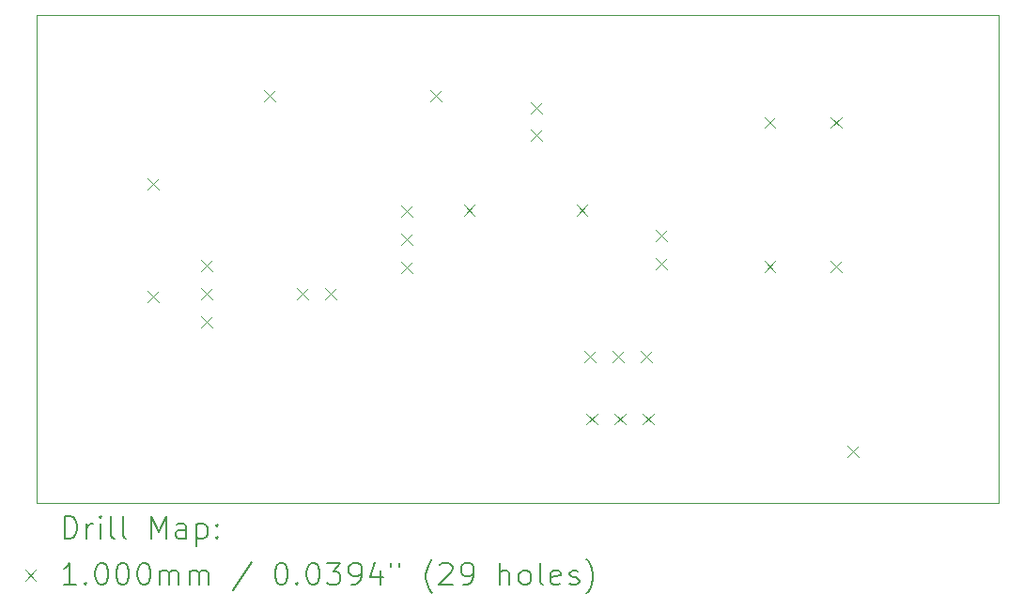
<source format=gbr>
%TF.GenerationSoftware,KiCad,Pcbnew,(6.0.7)*%
%TF.CreationDate,2023-01-18T15:46:19-05:00*%
%TF.ProjectId,Mosfet Test PCB,4d6f7366-6574-4205-9465-737420504342,rev?*%
%TF.SameCoordinates,Original*%
%TF.FileFunction,Drillmap*%
%TF.FilePolarity,Positive*%
%FSLAX45Y45*%
G04 Gerber Fmt 4.5, Leading zero omitted, Abs format (unit mm)*
G04 Created by KiCad (PCBNEW (6.0.7)) date 2023-01-18 15:46:19*
%MOMM*%
%LPD*%
G01*
G04 APERTURE LIST*
%ADD10C,0.100000*%
%ADD11C,0.200000*%
G04 APERTURE END LIST*
D10*
X6140450Y-5099050D02*
X14814550Y-5099050D01*
X14814550Y-5099050D02*
X14814550Y-9505950D01*
X14814550Y-9505950D02*
X6140450Y-9505950D01*
X6140450Y-9505950D02*
X6140450Y-5099050D01*
D11*
D10*
X7138200Y-6573050D02*
X7238200Y-6673050D01*
X7238200Y-6573050D02*
X7138200Y-6673050D01*
X7138200Y-7589050D02*
X7238200Y-7689050D01*
X7238200Y-7589050D02*
X7138200Y-7689050D01*
X7620800Y-7309650D02*
X7720800Y-7409650D01*
X7720800Y-7309650D02*
X7620800Y-7409650D01*
X7620800Y-7563650D02*
X7720800Y-7663650D01*
X7720800Y-7563650D02*
X7620800Y-7663650D01*
X7620800Y-7817650D02*
X7720800Y-7917650D01*
X7720800Y-7817650D02*
X7620800Y-7917650D01*
X8191600Y-5779300D02*
X8291600Y-5879300D01*
X8291600Y-5779300D02*
X8191600Y-5879300D01*
X8488400Y-7563650D02*
X8588400Y-7663650D01*
X8588400Y-7563650D02*
X8488400Y-7663650D01*
X8738400Y-7563650D02*
X8838400Y-7663650D01*
X8838400Y-7563650D02*
X8738400Y-7663650D01*
X9424200Y-6815350D02*
X9524200Y-6915350D01*
X9524200Y-6815350D02*
X9424200Y-6915350D01*
X9424200Y-7069350D02*
X9524200Y-7169350D01*
X9524200Y-7069350D02*
X9424200Y-7169350D01*
X9424200Y-7323350D02*
X9524200Y-7423350D01*
X9524200Y-7323350D02*
X9424200Y-7423350D01*
X9691600Y-5779300D02*
X9791600Y-5879300D01*
X9791600Y-5779300D02*
X9691600Y-5879300D01*
X9989350Y-6808000D02*
X10089350Y-6908000D01*
X10089350Y-6808000D02*
X9989350Y-6908000D01*
X10592600Y-5886285D02*
X10692600Y-5986285D01*
X10692600Y-5886285D02*
X10592600Y-5986285D01*
X10592600Y-6136285D02*
X10692600Y-6236285D01*
X10692600Y-6136285D02*
X10592600Y-6236285D01*
X11005350Y-6808000D02*
X11105350Y-6908000D01*
X11105350Y-6808000D02*
X11005350Y-6908000D01*
X11075200Y-8128800D02*
X11175200Y-8228800D01*
X11175200Y-8128800D02*
X11075200Y-8228800D01*
X11094250Y-8693950D02*
X11194250Y-8793950D01*
X11194250Y-8693950D02*
X11094250Y-8793950D01*
X11329200Y-8128800D02*
X11429200Y-8228800D01*
X11429200Y-8128800D02*
X11329200Y-8228800D01*
X11348250Y-8693950D02*
X11448250Y-8793950D01*
X11448250Y-8693950D02*
X11348250Y-8793950D01*
X11583200Y-8128800D02*
X11683200Y-8228800D01*
X11683200Y-8128800D02*
X11583200Y-8228800D01*
X11602250Y-8693950D02*
X11702250Y-8793950D01*
X11702250Y-8693950D02*
X11602250Y-8793950D01*
X11722900Y-7036100D02*
X11822900Y-7136100D01*
X11822900Y-7036100D02*
X11722900Y-7136100D01*
X11722900Y-7290100D02*
X11822900Y-7390100D01*
X11822900Y-7290100D02*
X11722900Y-7390100D01*
X12699250Y-6018300D02*
X12799250Y-6118300D01*
X12799250Y-6018300D02*
X12699250Y-6118300D01*
X12699250Y-7318300D02*
X12799250Y-7418300D01*
X12799250Y-7318300D02*
X12699250Y-7418300D01*
X13299250Y-6018300D02*
X13399250Y-6118300D01*
X13399250Y-6018300D02*
X13299250Y-6118300D01*
X13299250Y-7318300D02*
X13399250Y-7418300D01*
X13399250Y-7318300D02*
X13299250Y-7418300D01*
X13450100Y-8986050D02*
X13550100Y-9086050D01*
X13550100Y-8986050D02*
X13450100Y-9086050D01*
D11*
X6393069Y-9821426D02*
X6393069Y-9621426D01*
X6440688Y-9621426D01*
X6469259Y-9630950D01*
X6488307Y-9649998D01*
X6497831Y-9669045D01*
X6507355Y-9707140D01*
X6507355Y-9735712D01*
X6497831Y-9773807D01*
X6488307Y-9792855D01*
X6469259Y-9811902D01*
X6440688Y-9821426D01*
X6393069Y-9821426D01*
X6593069Y-9821426D02*
X6593069Y-9688093D01*
X6593069Y-9726188D02*
X6602593Y-9707140D01*
X6612117Y-9697617D01*
X6631164Y-9688093D01*
X6650212Y-9688093D01*
X6716878Y-9821426D02*
X6716878Y-9688093D01*
X6716878Y-9621426D02*
X6707355Y-9630950D01*
X6716878Y-9640474D01*
X6726402Y-9630950D01*
X6716878Y-9621426D01*
X6716878Y-9640474D01*
X6840688Y-9821426D02*
X6821640Y-9811902D01*
X6812117Y-9792855D01*
X6812117Y-9621426D01*
X6945450Y-9821426D02*
X6926402Y-9811902D01*
X6916878Y-9792855D01*
X6916878Y-9621426D01*
X7174021Y-9821426D02*
X7174021Y-9621426D01*
X7240688Y-9764283D01*
X7307355Y-9621426D01*
X7307355Y-9821426D01*
X7488307Y-9821426D02*
X7488307Y-9716664D01*
X7478783Y-9697617D01*
X7459736Y-9688093D01*
X7421640Y-9688093D01*
X7402593Y-9697617D01*
X7488307Y-9811902D02*
X7469259Y-9821426D01*
X7421640Y-9821426D01*
X7402593Y-9811902D01*
X7393069Y-9792855D01*
X7393069Y-9773807D01*
X7402593Y-9754760D01*
X7421640Y-9745236D01*
X7469259Y-9745236D01*
X7488307Y-9735712D01*
X7583545Y-9688093D02*
X7583545Y-9888093D01*
X7583545Y-9697617D02*
X7602593Y-9688093D01*
X7640688Y-9688093D01*
X7659736Y-9697617D01*
X7669259Y-9707140D01*
X7678783Y-9726188D01*
X7678783Y-9783331D01*
X7669259Y-9802379D01*
X7659736Y-9811902D01*
X7640688Y-9821426D01*
X7602593Y-9821426D01*
X7583545Y-9811902D01*
X7764498Y-9802379D02*
X7774021Y-9811902D01*
X7764498Y-9821426D01*
X7754974Y-9811902D01*
X7764498Y-9802379D01*
X7764498Y-9821426D01*
X7764498Y-9697617D02*
X7774021Y-9707140D01*
X7764498Y-9716664D01*
X7754974Y-9707140D01*
X7764498Y-9697617D01*
X7764498Y-9716664D01*
D10*
X6035450Y-10100950D02*
X6135450Y-10200950D01*
X6135450Y-10100950D02*
X6035450Y-10200950D01*
D11*
X6497831Y-10241426D02*
X6383545Y-10241426D01*
X6440688Y-10241426D02*
X6440688Y-10041426D01*
X6421640Y-10069998D01*
X6402593Y-10089045D01*
X6383545Y-10098569D01*
X6583545Y-10222379D02*
X6593069Y-10231902D01*
X6583545Y-10241426D01*
X6574021Y-10231902D01*
X6583545Y-10222379D01*
X6583545Y-10241426D01*
X6716878Y-10041426D02*
X6735926Y-10041426D01*
X6754974Y-10050950D01*
X6764498Y-10060474D01*
X6774021Y-10079521D01*
X6783545Y-10117617D01*
X6783545Y-10165236D01*
X6774021Y-10203331D01*
X6764498Y-10222379D01*
X6754974Y-10231902D01*
X6735926Y-10241426D01*
X6716878Y-10241426D01*
X6697831Y-10231902D01*
X6688307Y-10222379D01*
X6678783Y-10203331D01*
X6669259Y-10165236D01*
X6669259Y-10117617D01*
X6678783Y-10079521D01*
X6688307Y-10060474D01*
X6697831Y-10050950D01*
X6716878Y-10041426D01*
X6907355Y-10041426D02*
X6926402Y-10041426D01*
X6945450Y-10050950D01*
X6954974Y-10060474D01*
X6964498Y-10079521D01*
X6974021Y-10117617D01*
X6974021Y-10165236D01*
X6964498Y-10203331D01*
X6954974Y-10222379D01*
X6945450Y-10231902D01*
X6926402Y-10241426D01*
X6907355Y-10241426D01*
X6888307Y-10231902D01*
X6878783Y-10222379D01*
X6869259Y-10203331D01*
X6859736Y-10165236D01*
X6859736Y-10117617D01*
X6869259Y-10079521D01*
X6878783Y-10060474D01*
X6888307Y-10050950D01*
X6907355Y-10041426D01*
X7097831Y-10041426D02*
X7116878Y-10041426D01*
X7135926Y-10050950D01*
X7145450Y-10060474D01*
X7154974Y-10079521D01*
X7164498Y-10117617D01*
X7164498Y-10165236D01*
X7154974Y-10203331D01*
X7145450Y-10222379D01*
X7135926Y-10231902D01*
X7116878Y-10241426D01*
X7097831Y-10241426D01*
X7078783Y-10231902D01*
X7069259Y-10222379D01*
X7059736Y-10203331D01*
X7050212Y-10165236D01*
X7050212Y-10117617D01*
X7059736Y-10079521D01*
X7069259Y-10060474D01*
X7078783Y-10050950D01*
X7097831Y-10041426D01*
X7250212Y-10241426D02*
X7250212Y-10108093D01*
X7250212Y-10127140D02*
X7259736Y-10117617D01*
X7278783Y-10108093D01*
X7307355Y-10108093D01*
X7326402Y-10117617D01*
X7335926Y-10136664D01*
X7335926Y-10241426D01*
X7335926Y-10136664D02*
X7345450Y-10117617D01*
X7364498Y-10108093D01*
X7393069Y-10108093D01*
X7412117Y-10117617D01*
X7421640Y-10136664D01*
X7421640Y-10241426D01*
X7516878Y-10241426D02*
X7516878Y-10108093D01*
X7516878Y-10127140D02*
X7526402Y-10117617D01*
X7545450Y-10108093D01*
X7574021Y-10108093D01*
X7593069Y-10117617D01*
X7602593Y-10136664D01*
X7602593Y-10241426D01*
X7602593Y-10136664D02*
X7612117Y-10117617D01*
X7631164Y-10108093D01*
X7659736Y-10108093D01*
X7678783Y-10117617D01*
X7688307Y-10136664D01*
X7688307Y-10241426D01*
X8078783Y-10031902D02*
X7907355Y-10289045D01*
X8335926Y-10041426D02*
X8354974Y-10041426D01*
X8374021Y-10050950D01*
X8383545Y-10060474D01*
X8393069Y-10079521D01*
X8402593Y-10117617D01*
X8402593Y-10165236D01*
X8393069Y-10203331D01*
X8383545Y-10222379D01*
X8374021Y-10231902D01*
X8354974Y-10241426D01*
X8335926Y-10241426D01*
X8316878Y-10231902D01*
X8307355Y-10222379D01*
X8297831Y-10203331D01*
X8288307Y-10165236D01*
X8288307Y-10117617D01*
X8297831Y-10079521D01*
X8307355Y-10060474D01*
X8316878Y-10050950D01*
X8335926Y-10041426D01*
X8488307Y-10222379D02*
X8497831Y-10231902D01*
X8488307Y-10241426D01*
X8478783Y-10231902D01*
X8488307Y-10222379D01*
X8488307Y-10241426D01*
X8621640Y-10041426D02*
X8640688Y-10041426D01*
X8659736Y-10050950D01*
X8669260Y-10060474D01*
X8678783Y-10079521D01*
X8688307Y-10117617D01*
X8688307Y-10165236D01*
X8678783Y-10203331D01*
X8669260Y-10222379D01*
X8659736Y-10231902D01*
X8640688Y-10241426D01*
X8621640Y-10241426D01*
X8602593Y-10231902D01*
X8593069Y-10222379D01*
X8583545Y-10203331D01*
X8574021Y-10165236D01*
X8574021Y-10117617D01*
X8583545Y-10079521D01*
X8593069Y-10060474D01*
X8602593Y-10050950D01*
X8621640Y-10041426D01*
X8754974Y-10041426D02*
X8878783Y-10041426D01*
X8812117Y-10117617D01*
X8840688Y-10117617D01*
X8859736Y-10127140D01*
X8869260Y-10136664D01*
X8878783Y-10155712D01*
X8878783Y-10203331D01*
X8869260Y-10222379D01*
X8859736Y-10231902D01*
X8840688Y-10241426D01*
X8783545Y-10241426D01*
X8764498Y-10231902D01*
X8754974Y-10222379D01*
X8974021Y-10241426D02*
X9012117Y-10241426D01*
X9031164Y-10231902D01*
X9040688Y-10222379D01*
X9059736Y-10193807D01*
X9069260Y-10155712D01*
X9069260Y-10079521D01*
X9059736Y-10060474D01*
X9050212Y-10050950D01*
X9031164Y-10041426D01*
X8993069Y-10041426D01*
X8974021Y-10050950D01*
X8964498Y-10060474D01*
X8954974Y-10079521D01*
X8954974Y-10127140D01*
X8964498Y-10146188D01*
X8974021Y-10155712D01*
X8993069Y-10165236D01*
X9031164Y-10165236D01*
X9050212Y-10155712D01*
X9059736Y-10146188D01*
X9069260Y-10127140D01*
X9240688Y-10108093D02*
X9240688Y-10241426D01*
X9193069Y-10031902D02*
X9145450Y-10174760D01*
X9269260Y-10174760D01*
X9335926Y-10041426D02*
X9335926Y-10079521D01*
X9412117Y-10041426D02*
X9412117Y-10079521D01*
X9707355Y-10317617D02*
X9697831Y-10308093D01*
X9678783Y-10279521D01*
X9669260Y-10260474D01*
X9659736Y-10231902D01*
X9650212Y-10184283D01*
X9650212Y-10146188D01*
X9659736Y-10098569D01*
X9669260Y-10069998D01*
X9678783Y-10050950D01*
X9697831Y-10022379D01*
X9707355Y-10012855D01*
X9774021Y-10060474D02*
X9783545Y-10050950D01*
X9802593Y-10041426D01*
X9850212Y-10041426D01*
X9869260Y-10050950D01*
X9878783Y-10060474D01*
X9888307Y-10079521D01*
X9888307Y-10098569D01*
X9878783Y-10127140D01*
X9764498Y-10241426D01*
X9888307Y-10241426D01*
X9983545Y-10241426D02*
X10021640Y-10241426D01*
X10040688Y-10231902D01*
X10050212Y-10222379D01*
X10069260Y-10193807D01*
X10078783Y-10155712D01*
X10078783Y-10079521D01*
X10069260Y-10060474D01*
X10059736Y-10050950D01*
X10040688Y-10041426D01*
X10002593Y-10041426D01*
X9983545Y-10050950D01*
X9974021Y-10060474D01*
X9964498Y-10079521D01*
X9964498Y-10127140D01*
X9974021Y-10146188D01*
X9983545Y-10155712D01*
X10002593Y-10165236D01*
X10040688Y-10165236D01*
X10059736Y-10155712D01*
X10069260Y-10146188D01*
X10078783Y-10127140D01*
X10316879Y-10241426D02*
X10316879Y-10041426D01*
X10402593Y-10241426D02*
X10402593Y-10136664D01*
X10393069Y-10117617D01*
X10374021Y-10108093D01*
X10345450Y-10108093D01*
X10326402Y-10117617D01*
X10316879Y-10127140D01*
X10526402Y-10241426D02*
X10507355Y-10231902D01*
X10497831Y-10222379D01*
X10488307Y-10203331D01*
X10488307Y-10146188D01*
X10497831Y-10127140D01*
X10507355Y-10117617D01*
X10526402Y-10108093D01*
X10554974Y-10108093D01*
X10574021Y-10117617D01*
X10583545Y-10127140D01*
X10593069Y-10146188D01*
X10593069Y-10203331D01*
X10583545Y-10222379D01*
X10574021Y-10231902D01*
X10554974Y-10241426D01*
X10526402Y-10241426D01*
X10707355Y-10241426D02*
X10688307Y-10231902D01*
X10678783Y-10212855D01*
X10678783Y-10041426D01*
X10859736Y-10231902D02*
X10840688Y-10241426D01*
X10802593Y-10241426D01*
X10783545Y-10231902D01*
X10774021Y-10212855D01*
X10774021Y-10136664D01*
X10783545Y-10117617D01*
X10802593Y-10108093D01*
X10840688Y-10108093D01*
X10859736Y-10117617D01*
X10869260Y-10136664D01*
X10869260Y-10155712D01*
X10774021Y-10174760D01*
X10945450Y-10231902D02*
X10964498Y-10241426D01*
X11002593Y-10241426D01*
X11021640Y-10231902D01*
X11031164Y-10212855D01*
X11031164Y-10203331D01*
X11021640Y-10184283D01*
X11002593Y-10174760D01*
X10974021Y-10174760D01*
X10954974Y-10165236D01*
X10945450Y-10146188D01*
X10945450Y-10136664D01*
X10954974Y-10117617D01*
X10974021Y-10108093D01*
X11002593Y-10108093D01*
X11021640Y-10117617D01*
X11097831Y-10317617D02*
X11107355Y-10308093D01*
X11126402Y-10279521D01*
X11135926Y-10260474D01*
X11145450Y-10231902D01*
X11154974Y-10184283D01*
X11154974Y-10146188D01*
X11145450Y-10098569D01*
X11135926Y-10069998D01*
X11126402Y-10050950D01*
X11107355Y-10022379D01*
X11097831Y-10012855D01*
M02*

</source>
